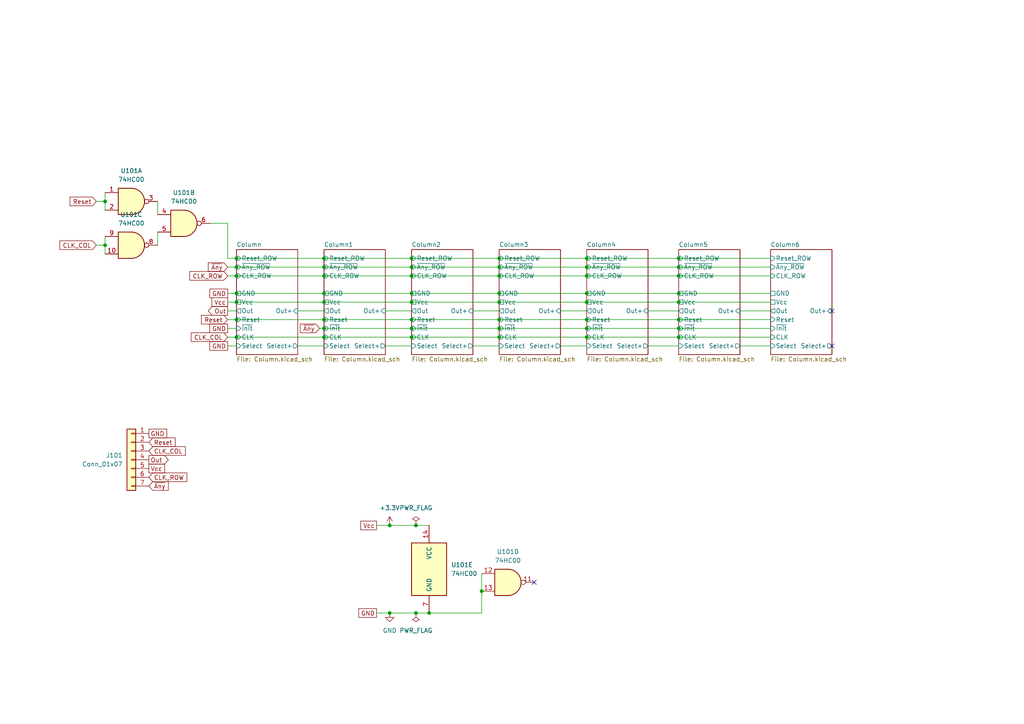
<source format=kicad_sch>
(kicad_sch (version 20231120) (generator "eeschema") (generator_version "8.0")
  (paper "A4")
  (lib_symbols
    (symbol "74xx:74HC00" (pin_names (offset 1.016))
      (property "Reference" "U" (at 0 1.27 0))
      (property "Value" "74HC00" (at 0 -1.27 0))
      (symbol "74HC00_1_1"
        (arc (start 0 -3.81) (mid 3.7934 0) (end 0 3.81) (stroke (width 0.254)) (fill (type background)))
        (polyline (pts (xy 0 3.81) (xy -3.81 3.81) (xy -3.81 -3.81) (xy 0 -3.81)) (stroke (width 0.254)) (fill (type background)))
        (pin input line (at -7.62 2.54 0) (length 3.81) (name "~") (number "1"))
        (pin input line (at -7.62 -2.54 0) (length 3.81) (name "~") (number "2"))
        (pin output inverted (at 7.62 0 180) (length 3.81) (name "~") (number "3"))
      )
      (symbol "74HC00_1_2"
        (arc (start -3.81 -3.81) (mid -2.589 0) (end -3.81 3.81) (stroke (width 0.254)))
        (arc (start -0.6096 -3.81) (mid 2.1842 -2.5851) (end 3.81 0) (stroke (width 0.254)) (fill (type background)))
        (polyline (pts (xy -3.81 -3.81) (xy -0.635 -3.81)) (stroke (width 0.254)) (fill (type background)))
        (polyline (pts (xy -3.81 3.81) (xy -0.635 3.81)) (stroke (width 0.254)) (fill (type background)))
        (polyline (pts (xy -0.635 3.81) (xy -3.81 3.81) (xy -3.81 3.81) (xy -3.556 3.4036) (xy -3.0226 2.2606) (xy -2.6924 1.0414) (xy -2.6162 -0.254) (xy -2.7686 -1.4986) (xy -3.175 -2.7178) (xy -3.81 -3.81) (xy -3.81 -3.81) (xy -0.635 -3.81)) (stroke (width -25.4)) (fill (type background)))
        (arc (start 3.81 0) (mid 2.1915 2.5936) (end -0.6096 3.81) (stroke (width 0.254)) (fill (type background)))
        (pin input inverted (at -7.62 2.54 0) (length 4.318) (name "~") (number "1"))
        (pin input inverted (at -7.62 -2.54 0) (length 4.318) (name "~") (number "2"))
        (pin output line (at 7.62 0 180) (length 3.81) (name "~") (number "3"))
      )
      (symbol "74HC00_2_1"
        (arc (start 0 -3.81) (mid 3.7934 0) (end 0 3.81) (stroke (width 0.254)) (fill (type background)))
        (polyline (pts (xy 0 3.81) (xy -3.81 3.81) (xy -3.81 -3.81) (xy 0 -3.81)) (stroke (width 0.254)) (fill (type background)))
        (pin input line (at -7.62 2.54 0) (length 3.81) (name "~") (number "4"))
        (pin input line (at -7.62 -2.54 0) (length 3.81) (name "~") (number "5"))
        (pin output inverted (at 7.62 0 180) (length 3.81) (name "~") (number "6"))
      )
      (symbol "74HC00_2_2"
        (arc (start -3.81 -3.81) (mid -2.589 0) (end -3.81 3.81) (stroke (width 0.254)))
        (arc (start -0.6096 -3.81) (mid 2.1842 -2.5851) (end 3.81 0) (stroke (width 0.254)) (fill (type background)))
        (polyline (pts (xy -3.81 -3.81) (xy -0.635 -3.81)) (stroke (width 0.254)) (fill (type background)))
        (polyline (pts (xy -3.81 3.81) (xy -0.635 3.81)) (stroke (width 0.254)) (fill (type background)))
        (polyline (pts (xy -0.635 3.81) (xy -3.81 3.81) (xy -3.81 3.81) (xy -3.556 3.4036) (xy -3.0226 2.2606) (xy -2.6924 1.0414) (xy -2.6162 -0.254) (xy -2.7686 -1.4986) (xy -3.175 -2.7178) (xy -3.81 -3.81) (xy -3.81 -3.81) (xy -0.635 -3.81)) (stroke (width -25.4)) (fill (type background)))
        (arc (start 3.81 0) (mid 2.1915 2.5936) (end -0.6096 3.81) (stroke (width 0.254)) (fill (type background)))
        (pin input inverted (at -7.62 2.54 0) (length 4.318) (name "~") (number "4"))
        (pin input inverted (at -7.62 -2.54 0) (length 4.318) (name "~") (number "5"))
        (pin output line (at 7.62 0 180) (length 3.81) (name "~") (number "6"))
      )
      (symbol "74HC00_3_1"
        (arc (start 0 -3.81) (mid 3.7934 0) (end 0 3.81) (stroke (width 0.254)) (fill (type background)))
        (polyline (pts (xy 0 3.81) (xy -3.81 3.81) (xy -3.81 -3.81) (xy 0 -3.81)) (stroke (width 0.254)) (fill (type background)))
        (pin input line (at -7.62 -2.54 0) (length 3.81) (name "~") (number "10"))
        (pin output inverted (at 7.62 0 180) (length 3.81) (name "~") (number "8"))
        (pin input line (at -7.62 2.54 0) (length 3.81) (name "~") (number "9"))
      )
      (symbol "74HC00_3_2"
        (arc (start -3.81 -3.81) (mid -2.589 0) (end -3.81 3.81) (stroke (width 0.254)))
        (arc (start -0.6096 -3.81) (mid 2.1842 -2.5851) (end 3.81 0) (stroke (width 0.254)) (fill (type background)))
        (polyline (pts (xy -3.81 -3.81) (xy -0.635 -3.81)) (stroke (width 0.254)) (fill (type background)))
        (polyline (pts (xy -3.81 3.81) (xy -0.635 3.81)) (stroke (width 0.254)) (fill (type background)))
        (polyline (pts (xy -0.635 3.81) (xy -3.81 3.81) (xy -3.81 3.81) (xy -3.556 3.4036) (xy -3.0226 2.2606) (xy -2.6924 1.0414) (xy -2.6162 -0.254) (xy -2.7686 -1.4986) (xy -3.175 -2.7178) (xy -3.81 -3.81) (xy -3.81 -3.81) (xy -0.635 -3.81)) (stroke (width -25.4)) (fill (type background)))
        (arc (start 3.81 0) (mid 2.1915 2.5936) (end -0.6096 3.81) (stroke (width 0.254)) (fill (type background)))
        (pin input inverted (at -7.62 -2.54 0) (length 4.318) (name "~") (number "10"))
        (pin output line (at 7.62 0 180) (length 3.81) (name "~") (number "8"))
        (pin input inverted (at -7.62 2.54 0) (length 4.318) (name "~") (number "9"))
      )
      (symbol "74HC00_4_1"
        (arc (start 0 -3.81) (mid 3.7934 0) (end 0 3.81) (stroke (width 0.254)) (fill (type background)))
        (polyline (pts (xy 0 3.81) (xy -3.81 3.81) (xy -3.81 -3.81) (xy 0 -3.81)) (stroke (width 0.254)) (fill (type background)))
        (pin output inverted (at 7.62 0 180) (length 3.81) (name "~") (number "11"))
        (pin input line (at -7.62 2.54 0) (length 3.81) (name "~") (number "12"))
        (pin input line (at -7.62 -2.54 0) (length 3.81) (name "~") (number "13"))
      )
      (symbol "74HC00_4_2"
        (arc (start -3.81 -3.81) (mid -2.589 0) (end -3.81 3.81) (stroke (width 0.254)))
        (arc (start -0.6096 -3.81) (mid 2.1842 -2.5851) (end 3.81 0) (stroke (width 0.254)) (fill (type background)))
        (polyline (pts (xy -3.81 -3.81) (xy -0.635 -3.81)) (stroke (width 0.254)) (fill (type background)))
        (polyline (pts (xy -3.81 3.81) (xy -0.635 3.81)) (stroke (width 0.254)) (fill (type background)))
        (polyline (pts (xy -0.635 3.81) (xy -3.81 3.81) (xy -3.81 3.81) (xy -3.556 3.4036) (xy -3.0226 2.2606) (xy -2.6924 1.0414) (xy -2.6162 -0.254) (xy -2.7686 -1.4986) (xy -3.175 -2.7178) (xy -3.81 -3.81) (xy -3.81 -3.81) (xy -0.635 -3.81)) (stroke (width -25.4)) (fill (type background)))
        (arc (start 3.81 0) (mid 2.1915 2.5936) (end -0.6096 3.81) (stroke (width 0.254)) (fill (type background)))
        (pin output line (at 7.62 0 180) (length 3.81) (name "~") (number "11"))
        (pin input inverted (at -7.62 2.54 0) (length 4.318) (name "~") (number "12"))
        (pin input inverted (at -7.62 -2.54 0) (length 4.318) (name "~") (number "13"))
      )
      (symbol "74HC00_5_0"
        (pin power_in line (at 0 12.7 270) (length 5.08) (name "VCC") (number "14"))
        (pin power_in line (at 0 -12.7 90) (length 5.08) (name "GND") (number "7"))
      )
      (symbol "74HC00_5_1"
        (rectangle (start -5.08 7.62) (end 5.08 -7.62) (stroke (width 0.254)) (fill (type background)))
      )
    )
    (symbol "Connector_Generic:Conn_01x07" (pin_names (offset 1.016) hide)
      (property "Reference" "J" (at 0 10.16 0))
      (property "Value" "Conn_01x07" (at 0 -10.16 0))
      (symbol "Conn_01x07_1_1"
        (rectangle (start -1.27 -7.493) (end 0 -7.747) (stroke (width 0.1524)))
        (rectangle (start -1.27 -4.953) (end 0 -5.207) (stroke (width 0.1524)))
        (rectangle (start -1.27 -2.413) (end 0 -2.667) (stroke (width 0.1524)))
        (rectangle (start -1.27 0.127) (end 0 -0.127) (stroke (width 0.1524)))
        (rectangle (start -1.27 2.667) (end 0 2.413) (stroke (width 0.1524)))
        (rectangle (start -1.27 5.207) (end 0 4.953) (stroke (width 0.1524)))
        (rectangle (start -1.27 7.747) (end 0 7.493) (stroke (width 0.1524)))
        (rectangle (start -1.27 8.89) (end 1.27 -8.89) (stroke (width 0.254)) (fill (type background)))
        (pin passive line (at -5.08 7.62 0) (length 3.81) (name "Pin_1") (number "1"))
        (pin passive line (at -5.08 5.08 0) (length 3.81) (name "Pin_2") (number "2"))
        (pin passive line (at -5.08 2.54 0) (length 3.81) (name "Pin_3") (number "3"))
        (pin passive line (at -5.08 0 0) (length 3.81) (name "Pin_4") (number "4"))
        (pin passive line (at -5.08 -2.54 0) (length 3.81) (name "Pin_5") (number "5"))
        (pin passive line (at -5.08 -5.08 0) (length 3.81) (name "Pin_6") (number "6"))
        (pin passive line (at -5.08 -7.62 0) (length 3.81) (name "Pin_7") (number "7"))
      )
    )
    (symbol "power:+3.3V" (power) (pin_numbers hide) (pin_names (offset 0) hide)
      (property "Value" "+3.3V" (at 0 3.556 0))
      (symbol "+3.3V_0_1"
        (polyline (pts (xy -0.762 1.27) (xy 0 2.54)))
        (polyline (pts (xy 0 0) (xy 0 2.54)))
        (polyline (pts (xy 0 2.54) (xy 0.762 1.27)))
      )
      (symbol "+3.3V_1_1"
        (pin power_in line (at 0 0 90) (length 0) (name "~") (number "1"))
      )
    )
    (symbol "power:GND" (power) (pin_numbers hide) (pin_names (offset 0) hide)
      (property "Value" "GND" (at 0 -3.81 0))
      (symbol "GND_0_1"
        (polyline (pts (xy 0 0) (xy 0 -1.27) (xy 1.27 -1.27) (xy 0 -2.54) (xy -1.27 -1.27) (xy 0 -1.27)))
      )
      (symbol "GND_1_1"
        (pin power_in line (at 0 0 270) (length 0) (name "~") (number "1"))
      )
    )
    (symbol "power:PWR_FLAG" (power) (pin_numbers hide) (pin_names (offset 0) hide)
      (property "Value" "PWR_FLAG" (at 0 3.81 0))
      (symbol "PWR_FLAG_0_0"
        (pin power_out line (at 0 0 90) (length 0) (name "~") (number "1"))
      )
      (symbol "PWR_FLAG_0_1"
        (polyline (pts (xy 0 0) (xy 0 1.27) (xy -1.016 1.905) (xy 0 2.54) (xy 1.016 1.905) (xy 0 1.27)))
      )
    )
  )
  (junction (at 144.78 74.93))
  (junction (at 68.58 97.79))
  (junction (at 144.78 95.25))
  (junction (at 68.58 85.09))
  (junction (at 93.98 77.47))
  (junction (at 170.18 97.79))
  (junction (at 93.98 95.25))
  (junction (at 93.98 87.63))
  (junction (at 139.7 171.45))
  (junction (at 196.85 87.63))
  (junction (at 119.38 95.25))
  (junction (at 196.85 92.71))
  (junction (at 196.85 95.25))
  (junction (at 93.98 85.09))
  (junction (at 170.18 87.63))
  (junction (at 144.78 92.71))
  (junction (at 68.58 77.47))
  (junction (at 196.85 77.47))
  (junction (at 93.98 74.93))
  (junction (at 119.38 97.79))
  (junction (at 119.38 87.63))
  (junction (at 30.48 71.12))
  (junction (at 119.38 92.71))
  (junction (at 119.38 77.47))
  (junction (at 144.78 87.63))
  (junction (at 68.58 74.93))
  (junction (at 120.65 177.8))
  (junction (at 144.78 97.79))
  (junction (at 170.18 95.25))
  (junction (at 93.98 97.79))
  (junction (at 68.58 87.63))
  (junction (at 170.18 85.09))
  (junction (at 196.85 85.09))
  (junction (at 119.38 80.01))
  (junction (at 144.78 77.47))
  (junction (at 196.85 97.79))
  (junction (at 30.48 58.42))
  (junction (at 119.38 74.93))
  (junction (at 170.18 74.93))
  (junction (at 119.38 85.09))
  (junction (at 120.65 152.4))
  (junction (at 124.46 177.8))
  (junction (at 196.85 80.01))
  (junction (at 144.78 80.01))
  (junction (at 68.58 92.71))
  (junction (at 196.85 74.93))
  (junction (at 144.78 85.09))
  (junction (at 170.18 80.01))
  (junction (at 68.58 80.01))
  (junction (at 113.03 152.4))
  (junction (at 93.98 80.01))
  (junction (at 113.03 177.8))
  (junction (at 170.18 77.47))
  (junction (at 170.18 92.71))
  (junction (at 93.98 92.71))
  (no_connect (at 154.94 168.91))
  (no_connect (at 241.3 100.33))
  (no_connect (at 241.3 90.17))
  (wire (pts (xy 196.85 97.79) (xy 170.18 97.79)))
  (wire (pts (xy 119.38 85.09) (xy 144.78 85.09)))
  (wire (pts (xy 119.38 80.01) (xy 144.78 80.01)))
  (wire (pts (xy 27.94 58.42) (xy 30.48 58.42)))
  (wire (pts (xy 92.71 95.25) (xy 93.98 95.25)))
  (wire (pts (xy 66.04 64.77) (xy 60.96 64.77)))
  (wire (pts (xy 196.85 87.63) (xy 170.18 87.63)))
  (wire (pts (xy 144.78 95.25) (xy 170.18 95.25)))
  (wire (pts (xy 137.16 90.17) (xy 144.78 90.17)))
  (wire (pts (xy 93.98 80.01) (xy 119.38 80.01)))
  (wire (pts (xy 120.65 177.8) (xy 124.46 177.8)))
  (wire (pts (xy 30.48 58.42) (xy 30.48 60.96)))
  (wire (pts (xy 66.04 100.33) (xy 68.58 100.33)))
  (wire (pts (xy 144.78 74.93) (xy 170.18 74.93)))
  (wire (pts (xy 113.03 177.8) (xy 120.65 177.8)))
  (wire (pts (xy 196.85 74.93) (xy 170.18 74.93)))
  (wire (pts (xy 144.78 92.71) (xy 170.18 92.71)))
  (wire (pts (xy 144.78 80.01) (xy 170.18 80.01)))
  (wire (pts (xy 93.98 87.63) (xy 119.38 87.63)))
  (wire (pts (xy 111.76 90.17) (xy 119.38 90.17)))
  (wire (pts (xy 187.96 100.33) (xy 196.85 100.33)))
  (wire (pts (xy 137.16 100.33) (xy 144.78 100.33)))
  (wire (pts (xy 119.38 95.25) (xy 144.78 95.25)))
  (wire (pts (xy 93.98 95.25) (xy 119.38 95.25)))
  (wire (pts (xy 45.72 67.31) (xy 45.72 71.12)))
  (wire (pts (xy 68.58 87.63) (xy 93.98 87.63)))
  (wire (pts (xy 196.85 77.47) (xy 223.52 77.47)))
  (wire (pts (xy 93.98 97.79) (xy 119.38 97.79)))
  (wire (pts (xy 196.85 92.71) (xy 223.52 92.71)))
  (wire (pts (xy 119.38 77.47) (xy 144.78 77.47)))
  (wire (pts (xy 196.85 95.25) (xy 170.18 95.25)))
  (wire (pts (xy 119.38 92.71) (xy 144.78 92.71)))
  (wire (pts (xy 144.78 77.47) (xy 170.18 77.47)))
  (wire (pts (xy 187.96 90.17) (xy 196.85 90.17)))
  (wire (pts (xy 30.48 55.88) (xy 30.48 58.42)))
  (wire (pts (xy 196.85 95.25) (xy 223.52 95.25)))
  (wire (pts (xy 196.85 80.01) (xy 170.18 80.01)))
  (wire (pts (xy 66.04 95.25) (xy 68.58 95.25)))
  (wire (pts (xy 30.48 68.58) (xy 30.48 71.12)))
  (wire (pts (xy 196.85 85.09) (xy 170.18 85.09)))
  (wire (pts (xy 93.98 92.71) (xy 119.38 92.71)))
  (wire (pts (xy 109.22 177.8) (xy 113.03 177.8)))
  (wire (pts (xy 139.7 177.8) (xy 139.7 171.45)))
  (wire (pts (xy 66.04 74.93) (xy 66.04 64.77)))
  (wire (pts (xy 196.85 77.47) (xy 170.18 77.47)))
  (wire (pts (xy 86.36 90.17) (xy 93.98 90.17)))
  (wire (pts (xy 66.04 90.17) (xy 68.58 90.17)))
  (wire (pts (xy 30.48 71.12) (xy 30.48 73.66)))
  (wire (pts (xy 45.72 58.42) (xy 45.72 62.23)))
  (wire (pts (xy 119.38 74.93) (xy 144.78 74.93)))
  (wire (pts (xy 66.04 97.79) (xy 68.58 97.79)))
  (wire (pts (xy 68.58 85.09) (xy 93.98 85.09)))
  (wire (pts (xy 119.38 97.79) (xy 144.78 97.79)))
  (wire (pts (xy 124.46 177.8) (xy 139.7 177.8)))
  (wire (pts (xy 113.03 152.4) (xy 120.65 152.4)))
  (wire (pts (xy 66.04 85.09) (xy 68.58 85.09)))
  (wire (pts (xy 214.63 90.17) (xy 223.52 90.17)))
  (wire (pts (xy 196.85 80.01) (xy 223.52 80.01)))
  (wire (pts (xy 120.65 152.4) (xy 124.46 152.4)))
  (wire (pts (xy 93.98 74.93) (xy 119.38 74.93)))
  (wire (pts (xy 86.36 100.33) (xy 93.98 100.33)))
  (wire (pts (xy 68.58 77.47) (xy 93.98 77.47)))
  (wire (pts (xy 66.04 80.01) (xy 68.58 80.01)))
  (wire (pts (xy 144.78 97.79) (xy 170.18 97.79)))
  (wire (pts (xy 162.56 100.33) (xy 170.18 100.33)))
  (wire (pts (xy 109.22 152.4) (xy 113.03 152.4)))
  (wire (pts (xy 68.58 97.79) (xy 93.98 97.79)))
  (wire (pts (xy 196.85 92.71) (xy 170.18 92.71)))
  (wire (pts (xy 66.04 77.47) (xy 68.58 77.47)))
  (wire (pts (xy 68.58 80.01) (xy 93.98 80.01)))
  (wire (pts (xy 144.78 85.09) (xy 170.18 85.09)))
  (wire (pts (xy 162.56 90.17) (xy 170.18 90.17)))
  (wire (pts (xy 196.85 97.79) (xy 223.52 97.79)))
  (wire (pts (xy 196.85 85.09) (xy 223.52 85.09)))
  (wire (pts (xy 111.76 100.33) (xy 119.38 100.33)))
  (wire (pts (xy 68.58 92.71) (xy 93.98 92.71)))
  (wire (pts (xy 214.63 100.33) (xy 223.52 100.33)))
  (wire (pts (xy 196.85 74.93) (xy 223.52 74.93)))
  (wire (pts (xy 66.04 87.63) (xy 68.58 87.63)))
  (wire (pts (xy 93.98 77.47) (xy 119.38 77.47)))
  (wire (pts (xy 119.38 87.63) (xy 144.78 87.63)))
  (wire (pts (xy 139.7 171.45) (xy 139.7 166.37)))
  (wire (pts (xy 196.85 87.63) (xy 223.52 87.63)))
  (wire (pts (xy 27.94 71.12) (xy 30.48 71.12)))
  (wire (pts (xy 93.98 85.09) (xy 119.38 85.09)))
  (wire (pts (xy 68.58 74.93) (xy 93.98 74.93)))
  (wire (pts (xy 66.04 92.71) (xy 68.58 92.71)))
  (wire (pts (xy 144.78 87.63) (xy 170.18 87.63)))
  (wire (pts (xy 66.04 74.93) (xy 68.58 74.93)))
  (global_label "~{Any}" (shape input) (at 43.18 140.97 0) (property "Intersheetrefs" "${INTERSHEET_REFS}" (effects (hide yes))))
  (global_label "Vcc" (shape passive) (at 109.22 152.4 180) (property "Intersheetrefs" "${INTERSHEET_REFS}" (effects (hide yes))))
  (global_label "GND" (shape passive) (at 43.18 125.73 0) (property "Intersheetrefs" "${INTERSHEET_REFS}" (effects (hide yes))))
  (global_label "Out" (shape output) (at 43.18 133.35 0) (property "Intersheetrefs" "${INTERSHEET_REFS}" (effects (hide yes))))
  (global_label "Out" (shape output) (at 66.04 90.17 180) (property "Intersheetrefs" "${INTERSHEET_REFS}" (effects (hide yes))))
  (global_label "CLK_COL" (shape input) (at 66.04 97.79 180) (property "Intersheetrefs" "${INTERSHEET_REFS}" (effects (hide yes))))
  (global_label "Vcc" (shape passive) (at 43.18 135.89 0) (property "Intersheetrefs" "${INTERSHEET_REFS}" (effects (hide yes))))
  (global_label "GND" (shape passive) (at 66.04 95.25 180) (property "Intersheetrefs" "${INTERSHEET_REFS}" (effects (hide yes))))
  (global_label "GND" (shape passive) (at 66.04 100.33 180) (property "Intersheetrefs" "${INTERSHEET_REFS}" (effects (hide yes))))
  (global_label "CLK_ROW" (shape input) (at 66.04 80.01 180) (property "Intersheetrefs" "${INTERSHEET_REFS}" (effects (hide yes))))
  (global_label "GND" (shape passive) (at 109.22 177.8 180) (property "Intersheetrefs" "${INTERSHEET_REFS}" (effects (hide yes))))
  (global_label "~{Any}" (shape input) (at 92.71 95.25 180) (property "Intersheetrefs" "${INTERSHEET_REFS}" (effects (hide yes))))
  (global_label "Reset" (shape input) (at 43.18 128.27 0) (property "Intersheetrefs" "${INTERSHEET_REFS}" (effects (hide yes))))
  (global_label "Vcc" (shape passive) (at 66.04 87.63 180) (property "Intersheetrefs" "${INTERSHEET_REFS}" (effects (hide yes))))
  (global_label "Reset" (shape input) (at 27.94 58.42 180) (property "Intersheetrefs" "${INTERSHEET_REFS}" (effects (hide yes))))
  (global_label "Reset" (shape input) (at 66.04 92.71 180) (property "Intersheetrefs" "${INTERSHEET_REFS}" (effects (hide yes))))
  (global_label "CLK_COL" (shape input) (at 27.94 71.12 180) (property "Intersheetrefs" "${INTERSHEET_REFS}" (effects (hide yes))))
  (global_label "~{Any}" (shape input) (at 66.04 77.47 180) (property "Intersheetrefs" "${INTERSHEET_REFS}" (effects (hide yes))))
  (global_label "GND" (shape passive) (at 66.04 85.09 180) (property "Intersheetrefs" "${INTERSHEET_REFS}" (effects (hide yes))))
  (global_label "CLK_ROW" (shape input) (at 43.18 138.43 0) (property "Intersheetrefs" "${INTERSHEET_REFS}" (effects (hide yes))))
  (global_label "CLK_COL" (shape input) (at 43.18 130.81 0) (property "Intersheetrefs" "${INTERSHEET_REFS}" (effects (hide yes))))
  (symbol (lib_id "74xx:74HC00") (at 53.34 64.77 0) (unit 2)
    (property "Reference" "U101" (at 53.3317 55.88 0))
    (property "Value" "74HC00" (at 53.3317 58.42 0))
    (property "Footprint" "Package_DFN_QFN:WQFN-14-1EP_2.5x2.5mm_P0.5mm_EP1.45x1.45mm" (effects (hide yes)))
    (property "Datasheet" "http://www.ti.com/lit/gpn/sn74hc00" (effects (hide yes)))
    (property "Description" "quad 2-input NAND gate" (effects (hide yes)))
  )
  (symbol (lib_id "74xx:74HC00") (at 38.1 58.42 0) (unit 1)
    (property "Reference" "U101" (at 38.0917 49.53 0))
    (property "Value" "74HC00" (at 38.0917 52.07 0))
    (property "Footprint" "Package_DFN_QFN:WQFN-14-1EP_2.5x2.5mm_P0.5mm_EP1.45x1.45mm" (effects (hide yes)))
    (property "Datasheet" "http://www.ti.com/lit/gpn/sn74hc00" (effects (hide yes)))
    (property "Description" "quad 2-input NAND gate" (effects (hide yes)))
  )
  (symbol (lib_id "74xx:74HC00") (at 38.1 71.12 0) (unit 3)
    (property "Reference" "U101" (at 38.0917 62.23 0))
    (property "Value" "74HC00" (at 38.0917 64.77 0))
    (property "Footprint" "Package_DFN_QFN:WQFN-14-1EP_2.5x2.5mm_P0.5mm_EP1.45x1.45mm" (effects (hide yes)))
    (property "Datasheet" "http://www.ti.com/lit/gpn/sn74hc00" (effects (hide yes)))
    (property "Description" "quad 2-input NAND gate" (effects (hide yes)))
  )
  (symbol (lib_id "power:PWR_FLAG") (at 120.65 177.8 0) (mirror x) (unit 1)
    (property "Reference" "#FLG0102" (effects (hide yes)))
    (property "Value" "PWR_FLAG" (at 120.65 182.88 0))
    (property "Description" "Special symbol for telling ERC where power comes from" (effects (hide yes)))
  )
  (symbol (lib_id "Connector_Generic:Conn_01x07") (at 38.1 133.35 0) (mirror y) (unit 1)
    (property "Reference" "J101" (at 35.56 132.0799 0) (effects (justify left)))
    (property "Value" "Conn_01x07" (at 35.56 134.6199 0) (effects (justify left)))
    (property "Footprint" "Library:PinHeader 2.00mm 01x07 SMD" (effects (hide yes)))
    (property "Description" "Generic connector, single row, 01x07, script generated (kicad-library-utils/schlib/autogen/connector/)" (effects (hide yes)))
  )
  (symbol (lib_id "power:GND") (at 113.03 177.8 0) (unit 1)
    (property "Reference" "#PWR0102" (effects (hide yes)))
    (property "Value" "GND" (at 113.03 182.88 0))
    (property "Description" "Power symbol creates a global label with name \"GND\" , ground" (effects (hide yes)))
  )
  (symbol (lib_id "74xx:74HC00") (at 124.46 165.1 0) (unit 5)
    (property "Reference" "U101" (at 130.81 163.8299 0) (effects (justify left)))
    (property "Value" "74HC00" (at 130.81 166.3699 0) (effects (justify left)))
    (property "Footprint" "Package_DFN_QFN:WQFN-14-1EP_2.5x2.5mm_P0.5mm_EP1.45x1.45mm" (effects (hide yes)))
    (property "Datasheet" "http://www.ti.com/lit/gpn/sn74hc00" (effects (hide yes)))
    (property "Description" "quad 2-input NAND gate" (effects (hide yes)))
  )
  (symbol (lib_id "power:+3.3V") (at 113.03 152.4 0) (unit 1)
    (property "Reference" "#PWR0101" (effects (hide yes)))
    (property "Value" "+3.3V" (at 113.03 147.32 0))
    (property "Description" "Power symbol creates a global label with name \"+3.3V\"" (effects (hide yes)))
  )
  (symbol (lib_id "74xx:74HC00") (at 147.32 168.91 0) (unit 4)
    (property "Reference" "U101" (at 147.3117 160.02 0))
    (property "Value" "74HC00" (at 147.3117 162.56 0))
    (property "Footprint" "Package_DFN_QFN:WQFN-14-1EP_2.5x2.5mm_P0.5mm_EP1.45x1.45mm" (effects (hide yes)))
    (property "Datasheet" "http://www.ti.com/lit/gpn/sn74hc00" (effects (hide yes)))
    (property "Description" "quad 2-input NAND gate" (effects (hide yes)))
  )
  (symbol (lib_id "power:PWR_FLAG") (at 120.65 152.4 0) (unit 1)
    (property "Reference" "#FLG0101" (effects (hide yes)))
    (property "Value" "PWR_FLAG" (at 120.65 147.32 0))
    (property "Description" "Special symbol for telling ERC where power comes from" (effects (hide yes)))
  )
  (sheet (at 196.85 72.39) (size 17.78 30.48) (stroke (width 0.1524))
    (property "Sheetname" "Column5" (at 196.85 71.6784 0) (effects (justify left bottom)))
    (property "Sheetfile" "Column.kicad_sch" (at 196.85 103.4546 0) (effects (justify left top)))
    (pin "GND" passive (at 196.85 85.09 180))
    (pin "Out" output (at 196.85 90.17 180))
    (pin "Select" input (at 196.85 100.33 180))
    (pin "Reset" input (at 196.85 92.71 180))
    (pin "Vcc" passive (at 196.85 87.63 180))
    (pin "CLK" input (at 196.85 97.79 180))
    (pin "Out+" input (at 214.63 90.17 0))
    (pin "Select+" output (at 214.63 100.33 0))
    (pin "~{Init}" input (at 196.85 95.25 180))
    (pin "CLK_ROW" input (at 196.85 80.01 180))
    (pin "Reset_ROW" input (at 196.85 74.93 180))
    (pin "~{Any_ROW}" input (at 196.85 77.47 180))
  )
  (sheet (at 144.78 72.39) (size 17.78 30.48) (stroke (width 0.1524))
    (property "Sheetname" "Column3" (at 144.78 71.6784 0) (effects (justify left bottom)))
    (property "Sheetfile" "Column.kicad_sch" (at 144.78 103.4546 0) (effects (justify left top)))
    (pin "GND" passive (at 144.78 85.09 180))
    (pin "Out" output (at 144.78 90.17 180))
    (pin "Select" input (at 144.78 100.33 180))
    (pin "Reset" input (at 144.78 92.71 180))
    (pin "Vcc" passive (at 144.78 87.63 180))
    (pin "CLK" input (at 144.78 97.79 180))
    (pin "Out+" input (at 162.56 90.17 0))
    (pin "Select+" output (at 162.56 100.33 0))
    (pin "~{Init}" input (at 144.78 95.25 180))
    (pin "CLK_ROW" input (at 144.78 80.01 180))
    (pin "Reset_ROW" input (at 144.78 74.93 180))
    (pin "~{Any_ROW}" input (at 144.78 77.47 180))
  )
  (sheet (at 170.18 72.39) (size 17.78 30.48) (stroke (width 0.1524))
    (property "Sheetname" "Column4" (at 170.18 71.6784 0) (effects (justify left bottom)))
    (property "Sheetfile" "Column.kicad_sch" (at 170.18 103.4546 0) (effects (justify left top)))
    (pin "GND" passive (at 170.18 85.09 180))
    (pin "Out" output (at 170.18 90.17 180))
    (pin "Select" input (at 170.18 100.33 180))
    (pin "Reset" input (at 170.18 92.71 180))
    (pin "Vcc" passive (at 170.18 87.63 180))
    (pin "CLK" input (at 170.18 97.79 180))
    (pin "Out+" input (at 187.96 90.17 0))
    (pin "Select+" output (at 187.96 100.33 0))
    (pin "~{Init}" input (at 170.18 95.25 180))
    (pin "CLK_ROW" input (at 170.18 80.01 180))
    (pin "Reset_ROW" input (at 170.18 74.93 180))
    (pin "~{Any_ROW}" input (at 170.18 77.47 180))
  )
  (sheet (at 223.52 72.39) (size 17.78 30.48) (stroke (width 0.1524))
    (property "Sheetname" "Column6" (at 223.52 71.6784 0) (effects (justify left bottom)))
    (property "Sheetfile" "Column.kicad_sch" (at 223.52 103.4546 0) (effects (justify left top)))
    (pin "GND" passive (at 223.52 85.09 180))
    (pin "Out" output (at 223.52 90.17 180))
    (pin "Select" input (at 223.52 100.33 180))
    (pin "Reset" input (at 223.52 92.71 180))
    (pin "Vcc" passive (at 223.52 87.63 180))
    (pin "CLK" input (at 223.52 97.79 180))
    (pin "Out+" input (at 241.3 90.17 0))
    (pin "Select+" output (at 241.3 100.33 0))
    (pin "~{Init}" input (at 223.52 95.25 180))
    (pin "CLK_ROW" input (at 223.52 80.01 180))
    (pin "Reset_ROW" input (at 223.52 74.93 180))
    (pin "~{Any_ROW}" input (at 223.52 77.47 180))
  )
  (sheet (at 68.58 72.39) (size 17.78 30.48) (stroke (width 0.1524))
    (property "Sheetname" "Column" (at 68.58 71.6784 0) (effects (justify left bottom)))
    (property "Sheetfile" "Column.kicad_sch" (at 68.58 103.4546 0) (effects (justify left top)))
    (pin "GND" passive (at 68.58 85.09 180))
    (pin "Out" output (at 68.58 90.17 180))
    (pin "Select" input (at 68.58 100.33 180))
    (pin "Reset" input (at 68.58 92.71 180))
    (pin "Vcc" passive (at 68.58 87.63 180))
    (pin "CLK" input (at 68.58 97.79 180))
    (pin "Out+" input (at 86.36 90.17 0))
    (pin "Select+" output (at 86.36 100.33 0))
    (pin "~{Init}" input (at 68.58 95.25 180))
    (pin "CLK_ROW" input (at 68.58 80.01 180))
    (pin "Reset_ROW" input (at 68.58 74.93 180))
    (pin "~{Any_ROW}" input (at 68.58 77.47 180))
  )
  (sheet (at 119.38 72.39) (size 17.78 30.48) (stroke (width 0.1524))
    (property "Sheetname" "Column2" (at 119.38 71.6784 0) (effects (justify left bottom)))
    (property "Sheetfile" "Column.kicad_sch" (at 119.38 103.4546 0) (effects (justify left top)))
    (pin "GND" passive (at 119.38 85.09 180))
    (pin "Out" output (at 119.38 90.17 180))
    (pin "Select" input (at 119.38 100.33 180))
    (pin "Reset" input (at 119.38 92.71 180))
    (pin "Vcc" passive (at 119.38 87.63 180))
    (pin "CLK" input (at 119.38 97.79 180))
    (pin "Out+" input (at 137.16 90.17 0))
    (pin "Select+" output (at 137.16 100.33 0))
    (pin "~{Init}" input (at 119.38 95.25 180))
    (pin "CLK_ROW" input (at 119.38 80.01 180))
    (pin "Reset_ROW" input (at 119.38 74.93 180))
    (pin "~{Any_ROW}" input (at 119.38 77.47 180))
  )
  (sheet (at 93.98 72.39) (size 17.78 30.48) (stroke (width 0.1524))
    (property "Sheetname" "Column1" (at 93.98 71.6784 0) (effects (justify left bottom)))
    (property "Sheetfile" "Column.kicad_sch" (at 93.98 103.4546 0) (effects (justify left top)))
    (pin "GND" passive (at 93.98 85.09 180))
    (pin "Out" output (at 93.98 90.17 180))
    (pin "Select" input (at 93.98 100.33 180))
    (pin "Reset" input (at 93.98 92.71 180))
    (pin "Vcc" passive (at 93.98 87.63 180))
    (pin "CLK" input (at 93.98 97.79 180))
    (pin "Out+" input (at 111.76 90.17 0))
    (pin "Select+" output (at 111.76 100.33 0))
    (pin "~{Init}" input (at 93.98 95.25 180))
    (pin "CLK_ROW" input (at 93.98 80.01 180))
    (pin "Reset_ROW" input (at 93.98 74.93 180))
    (pin "~{Any_ROW}" input (at 93.98 77.47 180))
  )
)
</source>
